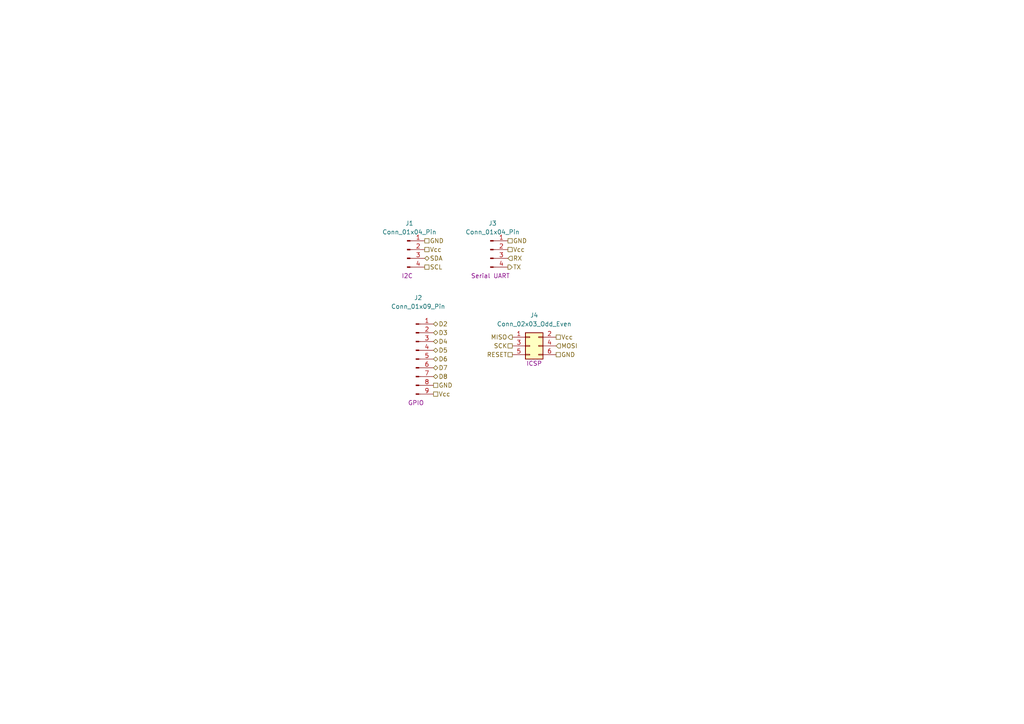
<source format=kicad_sch>
(kicad_sch (version 20230121) (generator eeschema)
  (paper "A4")
  (lib_symbols
    (symbol "Connector:Conn_01x04_Pin" (pin_names (offset 1.016) hide)
      (property "Reference" "J" (at 0 5.08 0))
      (property "Value" "Conn_01x04_Pin" (at 0 -7.62 0))
      (symbol "Conn_01x04_Pin_1_1"
        (polyline (pts (xy 1.27 -5.08) (xy 0.8636 -5.08)) (stroke (width 0.1524)))
        (polyline (pts (xy 1.27 -2.54) (xy 0.8636 -2.54)) (stroke (width 0.1524)))
        (polyline (pts (xy 1.27 0) (xy 0.8636 0)) (stroke (width 0.1524)))
        (polyline (pts (xy 1.27 2.54) (xy 0.8636 2.54)) (stroke (width 0.1524)))
        (rectangle (start 0.8636 -4.953) (end 0 -5.207) (stroke (width 0.1524)) (fill (type outline)))
        (rectangle (start 0.8636 -2.413) (end 0 -2.667) (stroke (width 0.1524)) (fill (type outline)))
        (rectangle (start 0.8636 0.127) (end 0 -0.127) (stroke (width 0.1524)) (fill (type outline)))
        (rectangle (start 0.8636 2.667) (end 0 2.413) (stroke (width 0.1524)) (fill (type outline)))
        (pin passive line (at 5.08 2.54 180) (length 3.81) (name "Pin_1") (number "1"))
        (pin passive line (at 5.08 0 180) (length 3.81) (name "Pin_2") (number "2"))
        (pin passive line (at 5.08 -2.54 180) (length 3.81) (name "Pin_3") (number "3"))
        (pin passive line (at 5.08 -5.08 180) (length 3.81) (name "Pin_4") (number "4"))
      )
    )
    (symbol "Connector:Conn_01x09_Pin" (pin_names (offset 1.016) hide)
      (property "Reference" "J" (at 0 12.7 0))
      (property "Value" "Conn_01x09_Pin" (at 0 -12.7 0))
      (symbol "Conn_01x09_Pin_1_1"
        (polyline (pts (xy 1.27 -10.16) (xy 0.8636 -10.16)) (stroke (width 0.1524)))
        (polyline (pts (xy 1.27 -7.62) (xy 0.8636 -7.62)) (stroke (width 0.1524)))
        (polyline (pts (xy 1.27 -5.08) (xy 0.8636 -5.08)) (stroke (width 0.1524)))
        (polyline (pts (xy 1.27 -2.54) (xy 0.8636 -2.54)) (stroke (width 0.1524)))
        (polyline (pts (xy 1.27 0) (xy 0.8636 0)) (stroke (width 0.1524)))
        (polyline (pts (xy 1.27 2.54) (xy 0.8636 2.54)) (stroke (width 0.1524)))
        (polyline (pts (xy 1.27 5.08) (xy 0.8636 5.08)) (stroke (width 0.1524)))
        (polyline (pts (xy 1.27 7.62) (xy 0.8636 7.62)) (stroke (width 0.1524)))
        (polyline (pts (xy 1.27 10.16) (xy 0.8636 10.16)) (stroke (width 0.1524)))
        (rectangle (start 0.8636 -10.033) (end 0 -10.287) (stroke (width 0.1524)) (fill (type outline)))
        (rectangle (start 0.8636 -7.493) (end 0 -7.747) (stroke (width 0.1524)) (fill (type outline)))
        (rectangle (start 0.8636 -4.953) (end 0 -5.207) (stroke (width 0.1524)) (fill (type outline)))
        (rectangle (start 0.8636 -2.413) (end 0 -2.667) (stroke (width 0.1524)) (fill (type outline)))
        (rectangle (start 0.8636 0.127) (end 0 -0.127) (stroke (width 0.1524)) (fill (type outline)))
        (rectangle (start 0.8636 2.667) (end 0 2.413) (stroke (width 0.1524)) (fill (type outline)))
        (rectangle (start 0.8636 5.207) (end 0 4.953) (stroke (width 0.1524)) (fill (type outline)))
        (rectangle (start 0.8636 7.747) (end 0 7.493) (stroke (width 0.1524)) (fill (type outline)))
        (rectangle (start 0.8636 10.287) (end 0 10.033) (stroke (width 0.1524)) (fill (type outline)))
        (pin passive line (at 5.08 10.16 180) (length 3.81) (name "Pin_1") (number "1"))
        (pin passive line (at 5.08 7.62 180) (length 3.81) (name "Pin_2") (number "2"))
        (pin passive line (at 5.08 5.08 180) (length 3.81) (name "Pin_3") (number "3"))
        (pin passive line (at 5.08 2.54 180) (length 3.81) (name "Pin_4") (number "4"))
        (pin passive line (at 5.08 0 180) (length 3.81) (name "Pin_5") (number "5"))
        (pin passive line (at 5.08 -2.54 180) (length 3.81) (name "Pin_6") (number "6"))
        (pin passive line (at 5.08 -5.08 180) (length 3.81) (name "Pin_7") (number "7"))
        (pin passive line (at 5.08 -7.62 180) (length 3.81) (name "Pin_8") (number "8"))
        (pin passive line (at 5.08 -10.16 180) (length 3.81) (name "Pin_9") (number "9"))
      )
    )
    (symbol "Connector_Generic:Conn_02x03_Odd_Even" (pin_names (offset 1.016) hide)
      (property "Reference" "J" (at 1.27 5.08 0))
      (property "Value" "Conn_02x03_Odd_Even" (at 1.27 -5.08 0))
      (symbol "Conn_02x03_Odd_Even_1_1"
        (rectangle (start -1.27 -2.413) (end 0 -2.667) (stroke (width 0.1524)))
        (rectangle (start -1.27 0.127) (end 0 -0.127) (stroke (width 0.1524)))
        (rectangle (start -1.27 2.667) (end 0 2.413) (stroke (width 0.1524)))
        (rectangle (start -1.27 3.81) (end 3.81 -3.81) (stroke (width 0.254)) (fill (type background)))
        (rectangle (start 3.81 -2.413) (end 2.54 -2.667) (stroke (width 0.1524)))
        (rectangle (start 3.81 0.127) (end 2.54 -0.127) (stroke (width 0.1524)))
        (rectangle (start 3.81 2.667) (end 2.54 2.413) (stroke (width 0.1524)))
        (pin passive line (at -5.08 2.54 0) (length 3.81) (name "Pin_1") (number "1"))
        (pin passive line (at 7.62 2.54 180) (length 3.81) (name "Pin_2") (number "2"))
        (pin passive line (at -5.08 0 0) (length 3.81) (name "Pin_3") (number "3"))
        (pin passive line (at 7.62 0 180) (length 3.81) (name "Pin_4") (number "4"))
        (pin passive line (at -5.08 -2.54 0) (length 3.81) (name "Pin_5") (number "5"))
        (pin passive line (at 7.62 -2.54 180) (length 3.81) (name "Pin_6") (number "6"))
      )
    )
  )
  (hierarchical_label "D2" (shape bidirectional) (at 125.73 93.98 0))
  (hierarchical_label "D7" (shape bidirectional) (at 125.73 106.68 0))
  (hierarchical_label "D3" (shape bidirectional) (at 125.73 96.52 0))
  (hierarchical_label "RX" (shape input) (at 147.32 74.93 0))
  (hierarchical_label "Vcc" (shape passive) (at 161.29 97.79 0))
  (hierarchical_label "D4" (shape bidirectional) (at 125.73 99.06 0))
  (hierarchical_label "Vcc" (shape passive) (at 147.32 72.39 0))
  (hierarchical_label "GND" (shape passive) (at 123.19 69.85 0))
  (hierarchical_label "TX" (shape output) (at 147.32 77.47 0))
  (hierarchical_label "D5" (shape bidirectional) (at 125.73 101.6 0))
  (hierarchical_label "MOSI" (shape input) (at 161.29 100.33 0))
  (hierarchical_label "D8" (shape bidirectional) (at 125.73 109.22 0))
  (hierarchical_label "GND" (shape passive) (at 161.29 102.87 0))
  (hierarchical_label "RESET" (shape passive) (at 148.59 102.87 180))
  (hierarchical_label "MISO" (shape output) (at 148.59 97.79 180))
  (hierarchical_label "Vcc" (shape passive) (at 123.19 72.39 0))
  (hierarchical_label "GND" (shape passive) (at 147.32 69.85 0))
  (hierarchical_label "Vcc" (shape passive) (at 125.73 114.3 0))
  (hierarchical_label "GND" (shape passive) (at 125.73 111.76 0))
  (hierarchical_label "D6" (shape bidirectional) (at 125.73 104.14 0))
  (hierarchical_label "SDA" (shape bidirectional) (at 123.19 74.93 0))
  (hierarchical_label "SCL" (shape passive) (at 123.19 77.47 0))
  (hierarchical_label "SCK" (shape passive) (at 148.59 100.33 180))
  (symbol (lib_id "Connector_Generic:Conn_02x03_Odd_Even") (at 153.67 100.33 0) (unit 1)
    (property "Reference" "J4" (at 154.94 91.44 0))
    (property "Value" "Conn_02x03_Odd_Even" (at 154.94 93.98 0))
    (property "Footprint" "Connector_PinHeader_2.54mm:PinHeader_2x03_P2.54mm_Vertical" (effects hide))
    (property "Purpose" "ICSP" (at 154.94 105.41 0))
  )
  (symbol (lib_id "Connector:Conn_01x04_Pin") (at 118.11 72.39 0) (unit 1)
    (property "Reference" "J1" (at 118.745 64.77 0))
    (property "Value" "Conn_01x04_Pin" (at 118.745 67.31 0))
    (property "Footprint" "Connector_PinHeader_2.54mm:PinHeader_1x04_P2.54mm_Vertical" (effects hide))
    (property "Purpose" "I2C" (at 118.11 80.01 0))
  )
  (symbol (lib_id "Connector:Conn_01x04_Pin") (at 142.24 72.39 0) (unit 1)
    (property "Reference" "J3" (at 142.875 64.77 0))
    (property "Value" "Conn_01x04_Pin" (at 142.875 67.31 0))
    (property "Footprint" "Connector_PinHeader_2.54mm:PinHeader_1x04_P2.54mm_Vertical" (effects hide))
    (property "Purpose" "Serial UART" (at 142.24 80.01 0))
  )
  (symbol (lib_id "Connector:Conn_01x09_Pin") (at 120.65 104.14 0) (unit 1)
    (property "Reference" "J2" (at 121.285 86.36 0))
    (property "Value" "Conn_01x09_Pin" (at 121.285 88.9 0))
    (property "Footprint" "Connector_PinHeader_2.54mm:PinHeader_1x09_P2.54mm_Vertical" (effects hide))
    (property "Purpose" "GPIO" (at 120.65 116.84 0))
  )
)
</source>
